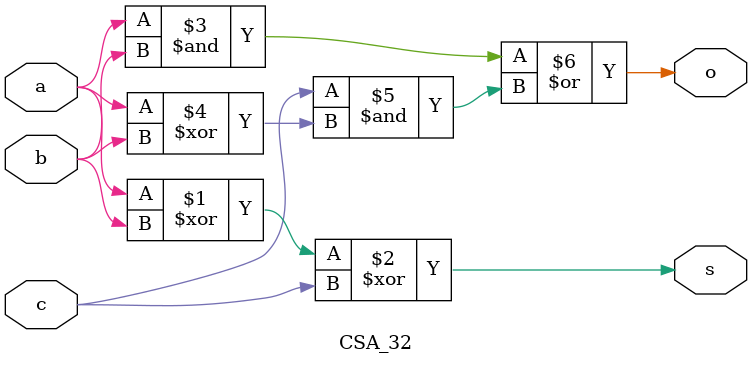
<source format=v>
`timescale 1ns / 1ps
module CSA_32(
    input a,
    input b,
    input c,
    output s,
    output o
    );
	 
	 assign s = (a^b)^c;
	 assign o = (a & b) | (c & (a^b));


endmodule

</source>
